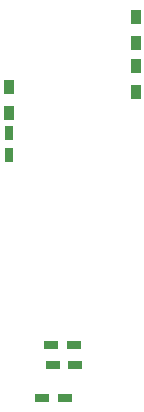
<source format=gbr>
G04 #@! TF.GenerationSoftware,KiCad,Pcbnew,5.0.2-bee76a0~70~ubuntu18.04.1*
G04 #@! TF.CreationDate,2019-01-02T21:11:22-05:00*
G04 #@! TF.ProjectId,stm32 prototype,73746d33-3220-4707-926f-746f74797065,rev?*
G04 #@! TF.SameCoordinates,Original*
G04 #@! TF.FileFunction,Paste,Bot*
G04 #@! TF.FilePolarity,Positive*
%FSLAX46Y46*%
G04 Gerber Fmt 4.6, Leading zero omitted, Abs format (unit mm)*
G04 Created by KiCad (PCBNEW 5.0.2-bee76a0~70~ubuntu18.04.1) date Wed 02 Jan 2019 09:11:22 PM EST*
%MOMM*%
%LPD*%
G01*
G04 APERTURE LIST*
%ADD10R,1.200000X0.750000*%
%ADD11R,0.750000X1.200000*%
%ADD12R,0.900000X1.200000*%
G04 APERTURE END LIST*
D10*
G04 #@! TO.C,C12*
X174750000Y-79500000D03*
X172850000Y-79500000D03*
G04 #@! TD*
G04 #@! TO.C,C19*
X174000000Y-84000000D03*
X172100000Y-84000000D03*
G04 #@! TD*
D11*
G04 #@! TO.C,C20*
X169250000Y-63450000D03*
X169250000Y-61550000D03*
G04 #@! TD*
D10*
G04 #@! TO.C,C24*
X174900000Y-81250000D03*
X173000000Y-81250000D03*
G04 #@! TD*
D12*
G04 #@! TO.C,R3*
X180000000Y-55900000D03*
X180000000Y-58100000D03*
G04 #@! TD*
G04 #@! TO.C,R4*
X180000000Y-51750000D03*
X180000000Y-53950000D03*
G04 #@! TD*
G04 #@! TO.C,R32*
X169250000Y-59850000D03*
X169250000Y-57650000D03*
G04 #@! TD*
M02*

</source>
